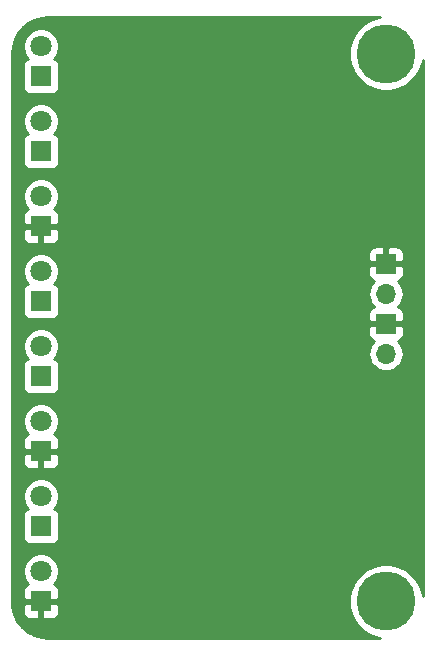
<source format=gbr>
G04 #@! TF.GenerationSoftware,KiCad,Pcbnew,(6.0.0-rc1-dev)*
G04 #@! TF.CreationDate,2018-08-10T19:45:32+02:00*
G04 #@! TF.ProjectId,sender,73656E6465722E6B696361645F706362,rev?*
G04 #@! TF.SameCoordinates,Original*
G04 #@! TF.FileFunction,Copper,L2,Bot,Signal*
G04 #@! TF.FilePolarity,Positive*
%FSLAX46Y46*%
G04 Gerber Fmt 4.6, Leading zero omitted, Abs format (unit mm)*
G04 Created by KiCad (PCBNEW (6.0.0-rc1-dev)) date Fri Aug 10 19:45:32 2018*
%MOMM*%
%LPD*%
G01*
G04 APERTURE LIST*
G04 #@! TA.AperFunction,ComponentPad*
%ADD10C,5.000000*%
G04 #@! TD*
G04 #@! TA.AperFunction,ComponentPad*
%ADD11O,1.700000X1.700000*%
G04 #@! TD*
G04 #@! TA.AperFunction,ComponentPad*
%ADD12R,1.700000X1.700000*%
G04 #@! TD*
G04 #@! TA.AperFunction,ComponentPad*
%ADD13C,1.800000*%
G04 #@! TD*
G04 #@! TA.AperFunction,ComponentPad*
%ADD14R,1.800000X1.800000*%
G04 #@! TD*
G04 #@! TA.AperFunction,Conductor*
%ADD15C,0.254000*%
G04 #@! TD*
G04 APERTURE END LIST*
D10*
G04 #@! TO.P,REF\002A\002A,1*
G04 #@! TO.N,N/C*
X148590000Y-123190000D03*
G04 #@! TD*
D11*
G04 #@! TO.P,J2,2*
G04 #@! TO.N,+5V*
X148590000Y-102235000D03*
D12*
G04 #@! TO.P,J2,1*
G04 #@! TO.N,GND*
X148590000Y-99695000D03*
G04 #@! TD*
G04 #@! TO.P,J1,1*
G04 #@! TO.N,GND*
X148590000Y-94615000D03*
D11*
G04 #@! TO.P,J1,2*
G04 #@! TO.N,VCC*
X148590000Y-97155000D03*
G04 #@! TD*
D13*
G04 #@! TO.P,D9,2*
G04 #@! TO.N,Net-(D8-Pad1)*
X119380000Y-120650000D03*
D14*
G04 #@! TO.P,D9,1*
G04 #@! TO.N,GND*
X119380000Y-123190000D03*
G04 #@! TD*
G04 #@! TO.P,D7,1*
G04 #@! TO.N,GND*
X119380000Y-110490000D03*
D13*
G04 #@! TO.P,D7,2*
G04 #@! TO.N,Net-(D5-Pad1)*
X119380000Y-107950000D03*
G04 #@! TD*
G04 #@! TO.P,D6,2*
G04 #@! TO.N,Net-(D3-Pad1)*
X119380000Y-88900000D03*
D14*
G04 #@! TO.P,D6,1*
G04 #@! TO.N,GND*
X119380000Y-91440000D03*
G04 #@! TD*
G04 #@! TO.P,D5,1*
G04 #@! TO.N,Net-(D5-Pad1)*
X119380000Y-104140000D03*
D13*
G04 #@! TO.P,D5,2*
G04 #@! TO.N,Net-(D4-Pad1)*
X119380000Y-101600000D03*
G04 #@! TD*
G04 #@! TO.P,D4,2*
G04 #@! TO.N,Net-(D4-Pad2)*
X119380000Y-95250000D03*
D14*
G04 #@! TO.P,D4,1*
G04 #@! TO.N,Net-(D4-Pad1)*
X119380000Y-97790000D03*
G04 #@! TD*
G04 #@! TO.P,D3,1*
G04 #@! TO.N,Net-(D3-Pad1)*
X119380000Y-85090000D03*
D13*
G04 #@! TO.P,D3,2*
G04 #@! TO.N,Net-(D2-Pad1)*
X119380000Y-82550000D03*
G04 #@! TD*
G04 #@! TO.P,D2,2*
G04 #@! TO.N,Net-(D2-Pad2)*
X119380000Y-76200000D03*
D14*
G04 #@! TO.P,D2,1*
G04 #@! TO.N,Net-(D2-Pad1)*
X119380000Y-78740000D03*
G04 #@! TD*
G04 #@! TO.P,D8,1*
G04 #@! TO.N,Net-(D8-Pad1)*
X119380000Y-116840000D03*
D13*
G04 #@! TO.P,D8,2*
G04 #@! TO.N,Net-(D8-Pad2)*
X119380000Y-114300000D03*
G04 #@! TD*
D10*
G04 #@! TO.P,REF\002A\002A,1*
G04 #@! TO.N,N/C*
X148590000Y-76835000D03*
G04 #@! TD*
D15*
G04 #@! TO.N,GND*
G36*
X147675554Y-73820476D02*
X147105021Y-74056799D01*
X146591554Y-74399886D01*
X146154886Y-74836554D01*
X145811799Y-75350021D01*
X145575476Y-75920554D01*
X145455000Y-76526229D01*
X145455000Y-77143771D01*
X145575476Y-77749446D01*
X145811799Y-78319979D01*
X146154886Y-78833446D01*
X146591554Y-79270114D01*
X147105021Y-79613201D01*
X147675554Y-79849524D01*
X148281229Y-79970000D01*
X148898771Y-79970000D01*
X149504446Y-79849524D01*
X150074979Y-79613201D01*
X150588446Y-79270114D01*
X151025114Y-78833446D01*
X151368201Y-78319979D01*
X151604524Y-77749446D01*
X151690001Y-77319723D01*
X151690000Y-122705272D01*
X151604524Y-122275554D01*
X151368201Y-121705021D01*
X151025114Y-121191554D01*
X150588446Y-120754886D01*
X150074979Y-120411799D01*
X149504446Y-120175476D01*
X148898771Y-120055000D01*
X148281229Y-120055000D01*
X147675554Y-120175476D01*
X147105021Y-120411799D01*
X146591554Y-120754886D01*
X146154886Y-121191554D01*
X145811799Y-121705021D01*
X145575476Y-122275554D01*
X145455000Y-122881229D01*
X145455000Y-123498771D01*
X145575476Y-124104446D01*
X145811799Y-124674979D01*
X146154886Y-125188446D01*
X146591554Y-125625114D01*
X147105021Y-125968201D01*
X147675554Y-126204524D01*
X148105272Y-126290000D01*
X120049720Y-126290000D01*
X119413538Y-126227622D01*
X118834979Y-126052944D01*
X118301373Y-125769221D01*
X117833031Y-125387251D01*
X117447807Y-124921595D01*
X117160364Y-124389983D01*
X116981652Y-123812657D01*
X116946242Y-123475750D01*
X117845000Y-123475750D01*
X117845000Y-124152542D01*
X117869403Y-124275223D01*
X117917270Y-124390785D01*
X117986763Y-124494789D01*
X118075211Y-124583237D01*
X118179215Y-124652730D01*
X118294777Y-124700597D01*
X118417458Y-124725000D01*
X119094250Y-124725000D01*
X119253000Y-124566250D01*
X119253000Y-123317000D01*
X119507000Y-123317000D01*
X119507000Y-124566250D01*
X119665750Y-124725000D01*
X120342542Y-124725000D01*
X120465223Y-124700597D01*
X120580785Y-124652730D01*
X120684789Y-124583237D01*
X120773237Y-124494789D01*
X120842730Y-124390785D01*
X120890597Y-124275223D01*
X120915000Y-124152542D01*
X120915000Y-123475750D01*
X120756250Y-123317000D01*
X119507000Y-123317000D01*
X119253000Y-123317000D01*
X118003750Y-123317000D01*
X117845000Y-123475750D01*
X116946242Y-123475750D01*
X116915000Y-123178501D01*
X116915000Y-120498816D01*
X117845000Y-120498816D01*
X117845000Y-120801184D01*
X117903989Y-121097743D01*
X118019701Y-121377095D01*
X118187688Y-121628505D01*
X118255044Y-121695861D01*
X118179215Y-121727270D01*
X118075211Y-121796763D01*
X117986763Y-121885211D01*
X117917270Y-121989215D01*
X117869403Y-122104777D01*
X117845000Y-122227458D01*
X117845000Y-122904250D01*
X118003750Y-123063000D01*
X119253000Y-123063000D01*
X119253000Y-123043000D01*
X119507000Y-123043000D01*
X119507000Y-123063000D01*
X120756250Y-123063000D01*
X120915000Y-122904250D01*
X120915000Y-122227458D01*
X120890597Y-122104777D01*
X120842730Y-121989215D01*
X120773237Y-121885211D01*
X120684789Y-121796763D01*
X120580785Y-121727270D01*
X120504956Y-121695861D01*
X120572312Y-121628505D01*
X120740299Y-121377095D01*
X120856011Y-121097743D01*
X120915000Y-120801184D01*
X120915000Y-120498816D01*
X120856011Y-120202257D01*
X120740299Y-119922905D01*
X120572312Y-119671495D01*
X120358505Y-119457688D01*
X120107095Y-119289701D01*
X119827743Y-119173989D01*
X119531184Y-119115000D01*
X119228816Y-119115000D01*
X118932257Y-119173989D01*
X118652905Y-119289701D01*
X118401495Y-119457688D01*
X118187688Y-119671495D01*
X118019701Y-119922905D01*
X117903989Y-120202257D01*
X117845000Y-120498816D01*
X116915000Y-120498816D01*
X116915000Y-115940000D01*
X117841928Y-115940000D01*
X117841928Y-117740000D01*
X117854188Y-117864482D01*
X117890498Y-117984180D01*
X117949463Y-118094494D01*
X118028815Y-118191185D01*
X118125506Y-118270537D01*
X118235820Y-118329502D01*
X118355518Y-118365812D01*
X118480000Y-118378072D01*
X120280000Y-118378072D01*
X120404482Y-118365812D01*
X120524180Y-118329502D01*
X120634494Y-118270537D01*
X120731185Y-118191185D01*
X120810537Y-118094494D01*
X120869502Y-117984180D01*
X120905812Y-117864482D01*
X120918072Y-117740000D01*
X120918072Y-115940000D01*
X120905812Y-115815518D01*
X120869502Y-115695820D01*
X120810537Y-115585506D01*
X120731185Y-115488815D01*
X120634494Y-115409463D01*
X120524180Y-115350498D01*
X120505873Y-115344944D01*
X120572312Y-115278505D01*
X120740299Y-115027095D01*
X120856011Y-114747743D01*
X120915000Y-114451184D01*
X120915000Y-114148816D01*
X120856011Y-113852257D01*
X120740299Y-113572905D01*
X120572312Y-113321495D01*
X120358505Y-113107688D01*
X120107095Y-112939701D01*
X119827743Y-112823989D01*
X119531184Y-112765000D01*
X119228816Y-112765000D01*
X118932257Y-112823989D01*
X118652905Y-112939701D01*
X118401495Y-113107688D01*
X118187688Y-113321495D01*
X118019701Y-113572905D01*
X117903989Y-113852257D01*
X117845000Y-114148816D01*
X117845000Y-114451184D01*
X117903989Y-114747743D01*
X118019701Y-115027095D01*
X118187688Y-115278505D01*
X118254127Y-115344944D01*
X118235820Y-115350498D01*
X118125506Y-115409463D01*
X118028815Y-115488815D01*
X117949463Y-115585506D01*
X117890498Y-115695820D01*
X117854188Y-115815518D01*
X117841928Y-115940000D01*
X116915000Y-115940000D01*
X116915000Y-110775750D01*
X117845000Y-110775750D01*
X117845000Y-111452542D01*
X117869403Y-111575223D01*
X117917270Y-111690785D01*
X117986763Y-111794789D01*
X118075211Y-111883237D01*
X118179215Y-111952730D01*
X118294777Y-112000597D01*
X118417458Y-112025000D01*
X119094250Y-112025000D01*
X119253000Y-111866250D01*
X119253000Y-110617000D01*
X119507000Y-110617000D01*
X119507000Y-111866250D01*
X119665750Y-112025000D01*
X120342542Y-112025000D01*
X120465223Y-112000597D01*
X120580785Y-111952730D01*
X120684789Y-111883237D01*
X120773237Y-111794789D01*
X120842730Y-111690785D01*
X120890597Y-111575223D01*
X120915000Y-111452542D01*
X120915000Y-110775750D01*
X120756250Y-110617000D01*
X119507000Y-110617000D01*
X119253000Y-110617000D01*
X118003750Y-110617000D01*
X117845000Y-110775750D01*
X116915000Y-110775750D01*
X116915000Y-107798816D01*
X117845000Y-107798816D01*
X117845000Y-108101184D01*
X117903989Y-108397743D01*
X118019701Y-108677095D01*
X118187688Y-108928505D01*
X118255044Y-108995861D01*
X118179215Y-109027270D01*
X118075211Y-109096763D01*
X117986763Y-109185211D01*
X117917270Y-109289215D01*
X117869403Y-109404777D01*
X117845000Y-109527458D01*
X117845000Y-110204250D01*
X118003750Y-110363000D01*
X119253000Y-110363000D01*
X119253000Y-110343000D01*
X119507000Y-110343000D01*
X119507000Y-110363000D01*
X120756250Y-110363000D01*
X120915000Y-110204250D01*
X120915000Y-109527458D01*
X120890597Y-109404777D01*
X120842730Y-109289215D01*
X120773237Y-109185211D01*
X120684789Y-109096763D01*
X120580785Y-109027270D01*
X120504956Y-108995861D01*
X120572312Y-108928505D01*
X120740299Y-108677095D01*
X120856011Y-108397743D01*
X120915000Y-108101184D01*
X120915000Y-107798816D01*
X120856011Y-107502257D01*
X120740299Y-107222905D01*
X120572312Y-106971495D01*
X120358505Y-106757688D01*
X120107095Y-106589701D01*
X119827743Y-106473989D01*
X119531184Y-106415000D01*
X119228816Y-106415000D01*
X118932257Y-106473989D01*
X118652905Y-106589701D01*
X118401495Y-106757688D01*
X118187688Y-106971495D01*
X118019701Y-107222905D01*
X117903989Y-107502257D01*
X117845000Y-107798816D01*
X116915000Y-107798816D01*
X116915000Y-103240000D01*
X117841928Y-103240000D01*
X117841928Y-105040000D01*
X117854188Y-105164482D01*
X117890498Y-105284180D01*
X117949463Y-105394494D01*
X118028815Y-105491185D01*
X118125506Y-105570537D01*
X118235820Y-105629502D01*
X118355518Y-105665812D01*
X118480000Y-105678072D01*
X120280000Y-105678072D01*
X120404482Y-105665812D01*
X120524180Y-105629502D01*
X120634494Y-105570537D01*
X120731185Y-105491185D01*
X120810537Y-105394494D01*
X120869502Y-105284180D01*
X120905812Y-105164482D01*
X120918072Y-105040000D01*
X120918072Y-103240000D01*
X120905812Y-103115518D01*
X120869502Y-102995820D01*
X120810537Y-102885506D01*
X120731185Y-102788815D01*
X120634494Y-102709463D01*
X120524180Y-102650498D01*
X120505873Y-102644944D01*
X120572312Y-102578505D01*
X120740299Y-102327095D01*
X120778446Y-102235000D01*
X147097815Y-102235000D01*
X147126487Y-102526111D01*
X147211401Y-102806034D01*
X147349294Y-103064014D01*
X147534866Y-103290134D01*
X147760986Y-103475706D01*
X148018966Y-103613599D01*
X148298889Y-103698513D01*
X148517050Y-103720000D01*
X148662950Y-103720000D01*
X148881111Y-103698513D01*
X149161034Y-103613599D01*
X149419014Y-103475706D01*
X149645134Y-103290134D01*
X149830706Y-103064014D01*
X149968599Y-102806034D01*
X150053513Y-102526111D01*
X150082185Y-102235000D01*
X150053513Y-101943889D01*
X149968599Y-101663966D01*
X149830706Y-101405986D01*
X149645134Y-101179866D01*
X149617447Y-101157144D01*
X149625223Y-101155597D01*
X149740785Y-101107730D01*
X149844789Y-101038237D01*
X149933237Y-100949789D01*
X150002730Y-100845785D01*
X150050597Y-100730223D01*
X150075000Y-100607542D01*
X150075000Y-99980750D01*
X149916250Y-99822000D01*
X148717000Y-99822000D01*
X148717000Y-99842000D01*
X148463000Y-99842000D01*
X148463000Y-99822000D01*
X147263750Y-99822000D01*
X147105000Y-99980750D01*
X147105000Y-100607542D01*
X147129403Y-100730223D01*
X147177270Y-100845785D01*
X147246763Y-100949789D01*
X147335211Y-101038237D01*
X147439215Y-101107730D01*
X147554777Y-101155597D01*
X147562553Y-101157144D01*
X147534866Y-101179866D01*
X147349294Y-101405986D01*
X147211401Y-101663966D01*
X147126487Y-101943889D01*
X147097815Y-102235000D01*
X120778446Y-102235000D01*
X120856011Y-102047743D01*
X120915000Y-101751184D01*
X120915000Y-101448816D01*
X120856011Y-101152257D01*
X120740299Y-100872905D01*
X120572312Y-100621495D01*
X120358505Y-100407688D01*
X120107095Y-100239701D01*
X119827743Y-100123989D01*
X119531184Y-100065000D01*
X119228816Y-100065000D01*
X118932257Y-100123989D01*
X118652905Y-100239701D01*
X118401495Y-100407688D01*
X118187688Y-100621495D01*
X118019701Y-100872905D01*
X117903989Y-101152257D01*
X117845000Y-101448816D01*
X117845000Y-101751184D01*
X117903989Y-102047743D01*
X118019701Y-102327095D01*
X118187688Y-102578505D01*
X118254127Y-102644944D01*
X118235820Y-102650498D01*
X118125506Y-102709463D01*
X118028815Y-102788815D01*
X117949463Y-102885506D01*
X117890498Y-102995820D01*
X117854188Y-103115518D01*
X117841928Y-103240000D01*
X116915000Y-103240000D01*
X116915000Y-96890000D01*
X117841928Y-96890000D01*
X117841928Y-98690000D01*
X117854188Y-98814482D01*
X117890498Y-98934180D01*
X117949463Y-99044494D01*
X118028815Y-99141185D01*
X118125506Y-99220537D01*
X118235820Y-99279502D01*
X118355518Y-99315812D01*
X118480000Y-99328072D01*
X120280000Y-99328072D01*
X120404482Y-99315812D01*
X120524180Y-99279502D01*
X120634494Y-99220537D01*
X120731185Y-99141185D01*
X120810537Y-99044494D01*
X120869502Y-98934180D01*
X120905812Y-98814482D01*
X120918072Y-98690000D01*
X120918072Y-97155000D01*
X147097815Y-97155000D01*
X147126487Y-97446111D01*
X147211401Y-97726034D01*
X147349294Y-97984014D01*
X147534866Y-98210134D01*
X147562553Y-98232856D01*
X147554777Y-98234403D01*
X147439215Y-98282270D01*
X147335211Y-98351763D01*
X147246763Y-98440211D01*
X147177270Y-98544215D01*
X147129403Y-98659777D01*
X147105000Y-98782458D01*
X147105000Y-99409250D01*
X147263750Y-99568000D01*
X148463000Y-99568000D01*
X148463000Y-99548000D01*
X148717000Y-99548000D01*
X148717000Y-99568000D01*
X149916250Y-99568000D01*
X150075000Y-99409250D01*
X150075000Y-98782458D01*
X150050597Y-98659777D01*
X150002730Y-98544215D01*
X149933237Y-98440211D01*
X149844789Y-98351763D01*
X149740785Y-98282270D01*
X149625223Y-98234403D01*
X149617447Y-98232856D01*
X149645134Y-98210134D01*
X149830706Y-97984014D01*
X149968599Y-97726034D01*
X150053513Y-97446111D01*
X150082185Y-97155000D01*
X150053513Y-96863889D01*
X149968599Y-96583966D01*
X149830706Y-96325986D01*
X149645134Y-96099866D01*
X149617447Y-96077144D01*
X149625223Y-96075597D01*
X149740785Y-96027730D01*
X149844789Y-95958237D01*
X149933237Y-95869789D01*
X150002730Y-95765785D01*
X150050597Y-95650223D01*
X150075000Y-95527542D01*
X150075000Y-94900750D01*
X149916250Y-94742000D01*
X148717000Y-94742000D01*
X148717000Y-94762000D01*
X148463000Y-94762000D01*
X148463000Y-94742000D01*
X147263750Y-94742000D01*
X147105000Y-94900750D01*
X147105000Y-95527542D01*
X147129403Y-95650223D01*
X147177270Y-95765785D01*
X147246763Y-95869789D01*
X147335211Y-95958237D01*
X147439215Y-96027730D01*
X147554777Y-96075597D01*
X147562553Y-96077144D01*
X147534866Y-96099866D01*
X147349294Y-96325986D01*
X147211401Y-96583966D01*
X147126487Y-96863889D01*
X147097815Y-97155000D01*
X120918072Y-97155000D01*
X120918072Y-96890000D01*
X120905812Y-96765518D01*
X120869502Y-96645820D01*
X120810537Y-96535506D01*
X120731185Y-96438815D01*
X120634494Y-96359463D01*
X120524180Y-96300498D01*
X120505873Y-96294944D01*
X120572312Y-96228505D01*
X120740299Y-95977095D01*
X120856011Y-95697743D01*
X120915000Y-95401184D01*
X120915000Y-95098816D01*
X120856011Y-94802257D01*
X120740299Y-94522905D01*
X120572312Y-94271495D01*
X120358505Y-94057688D01*
X120107095Y-93889701D01*
X119827743Y-93773989D01*
X119531184Y-93715000D01*
X119228816Y-93715000D01*
X118932257Y-93773989D01*
X118652905Y-93889701D01*
X118401495Y-94057688D01*
X118187688Y-94271495D01*
X118019701Y-94522905D01*
X117903989Y-94802257D01*
X117845000Y-95098816D01*
X117845000Y-95401184D01*
X117903989Y-95697743D01*
X118019701Y-95977095D01*
X118187688Y-96228505D01*
X118254127Y-96294944D01*
X118235820Y-96300498D01*
X118125506Y-96359463D01*
X118028815Y-96438815D01*
X117949463Y-96535506D01*
X117890498Y-96645820D01*
X117854188Y-96765518D01*
X117841928Y-96890000D01*
X116915000Y-96890000D01*
X116915000Y-93702458D01*
X147105000Y-93702458D01*
X147105000Y-94329250D01*
X147263750Y-94488000D01*
X148463000Y-94488000D01*
X148463000Y-93288750D01*
X148717000Y-93288750D01*
X148717000Y-94488000D01*
X149916250Y-94488000D01*
X150075000Y-94329250D01*
X150075000Y-93702458D01*
X150050597Y-93579777D01*
X150002730Y-93464215D01*
X149933237Y-93360211D01*
X149844789Y-93271763D01*
X149740785Y-93202270D01*
X149625223Y-93154403D01*
X149502542Y-93130000D01*
X148875750Y-93130000D01*
X148717000Y-93288750D01*
X148463000Y-93288750D01*
X148304250Y-93130000D01*
X147677458Y-93130000D01*
X147554777Y-93154403D01*
X147439215Y-93202270D01*
X147335211Y-93271763D01*
X147246763Y-93360211D01*
X147177270Y-93464215D01*
X147129403Y-93579777D01*
X147105000Y-93702458D01*
X116915000Y-93702458D01*
X116915000Y-91725750D01*
X117845000Y-91725750D01*
X117845000Y-92402542D01*
X117869403Y-92525223D01*
X117917270Y-92640785D01*
X117986763Y-92744789D01*
X118075211Y-92833237D01*
X118179215Y-92902730D01*
X118294777Y-92950597D01*
X118417458Y-92975000D01*
X119094250Y-92975000D01*
X119253000Y-92816250D01*
X119253000Y-91567000D01*
X119507000Y-91567000D01*
X119507000Y-92816250D01*
X119665750Y-92975000D01*
X120342542Y-92975000D01*
X120465223Y-92950597D01*
X120580785Y-92902730D01*
X120684789Y-92833237D01*
X120773237Y-92744789D01*
X120842730Y-92640785D01*
X120890597Y-92525223D01*
X120915000Y-92402542D01*
X120915000Y-91725750D01*
X120756250Y-91567000D01*
X119507000Y-91567000D01*
X119253000Y-91567000D01*
X118003750Y-91567000D01*
X117845000Y-91725750D01*
X116915000Y-91725750D01*
X116915000Y-88748816D01*
X117845000Y-88748816D01*
X117845000Y-89051184D01*
X117903989Y-89347743D01*
X118019701Y-89627095D01*
X118187688Y-89878505D01*
X118255044Y-89945861D01*
X118179215Y-89977270D01*
X118075211Y-90046763D01*
X117986763Y-90135211D01*
X117917270Y-90239215D01*
X117869403Y-90354777D01*
X117845000Y-90477458D01*
X117845000Y-91154250D01*
X118003750Y-91313000D01*
X119253000Y-91313000D01*
X119253000Y-91293000D01*
X119507000Y-91293000D01*
X119507000Y-91313000D01*
X120756250Y-91313000D01*
X120915000Y-91154250D01*
X120915000Y-90477458D01*
X120890597Y-90354777D01*
X120842730Y-90239215D01*
X120773237Y-90135211D01*
X120684789Y-90046763D01*
X120580785Y-89977270D01*
X120504956Y-89945861D01*
X120572312Y-89878505D01*
X120740299Y-89627095D01*
X120856011Y-89347743D01*
X120915000Y-89051184D01*
X120915000Y-88748816D01*
X120856011Y-88452257D01*
X120740299Y-88172905D01*
X120572312Y-87921495D01*
X120358505Y-87707688D01*
X120107095Y-87539701D01*
X119827743Y-87423989D01*
X119531184Y-87365000D01*
X119228816Y-87365000D01*
X118932257Y-87423989D01*
X118652905Y-87539701D01*
X118401495Y-87707688D01*
X118187688Y-87921495D01*
X118019701Y-88172905D01*
X117903989Y-88452257D01*
X117845000Y-88748816D01*
X116915000Y-88748816D01*
X116915000Y-84190000D01*
X117841928Y-84190000D01*
X117841928Y-85990000D01*
X117854188Y-86114482D01*
X117890498Y-86234180D01*
X117949463Y-86344494D01*
X118028815Y-86441185D01*
X118125506Y-86520537D01*
X118235820Y-86579502D01*
X118355518Y-86615812D01*
X118480000Y-86628072D01*
X120280000Y-86628072D01*
X120404482Y-86615812D01*
X120524180Y-86579502D01*
X120634494Y-86520537D01*
X120731185Y-86441185D01*
X120810537Y-86344494D01*
X120869502Y-86234180D01*
X120905812Y-86114482D01*
X120918072Y-85990000D01*
X120918072Y-84190000D01*
X120905812Y-84065518D01*
X120869502Y-83945820D01*
X120810537Y-83835506D01*
X120731185Y-83738815D01*
X120634494Y-83659463D01*
X120524180Y-83600498D01*
X120505873Y-83594944D01*
X120572312Y-83528505D01*
X120740299Y-83277095D01*
X120856011Y-82997743D01*
X120915000Y-82701184D01*
X120915000Y-82398816D01*
X120856011Y-82102257D01*
X120740299Y-81822905D01*
X120572312Y-81571495D01*
X120358505Y-81357688D01*
X120107095Y-81189701D01*
X119827743Y-81073989D01*
X119531184Y-81015000D01*
X119228816Y-81015000D01*
X118932257Y-81073989D01*
X118652905Y-81189701D01*
X118401495Y-81357688D01*
X118187688Y-81571495D01*
X118019701Y-81822905D01*
X117903989Y-82102257D01*
X117845000Y-82398816D01*
X117845000Y-82701184D01*
X117903989Y-82997743D01*
X118019701Y-83277095D01*
X118187688Y-83528505D01*
X118254127Y-83594944D01*
X118235820Y-83600498D01*
X118125506Y-83659463D01*
X118028815Y-83738815D01*
X117949463Y-83835506D01*
X117890498Y-83945820D01*
X117854188Y-84065518D01*
X117841928Y-84190000D01*
X116915000Y-84190000D01*
X116915000Y-77840000D01*
X117841928Y-77840000D01*
X117841928Y-79640000D01*
X117854188Y-79764482D01*
X117890498Y-79884180D01*
X117949463Y-79994494D01*
X118028815Y-80091185D01*
X118125506Y-80170537D01*
X118235820Y-80229502D01*
X118355518Y-80265812D01*
X118480000Y-80278072D01*
X120280000Y-80278072D01*
X120404482Y-80265812D01*
X120524180Y-80229502D01*
X120634494Y-80170537D01*
X120731185Y-80091185D01*
X120810537Y-79994494D01*
X120869502Y-79884180D01*
X120905812Y-79764482D01*
X120918072Y-79640000D01*
X120918072Y-77840000D01*
X120905812Y-77715518D01*
X120869502Y-77595820D01*
X120810537Y-77485506D01*
X120731185Y-77388815D01*
X120634494Y-77309463D01*
X120524180Y-77250498D01*
X120505873Y-77244944D01*
X120572312Y-77178505D01*
X120740299Y-76927095D01*
X120856011Y-76647743D01*
X120915000Y-76351184D01*
X120915000Y-76048816D01*
X120856011Y-75752257D01*
X120740299Y-75472905D01*
X120572312Y-75221495D01*
X120358505Y-75007688D01*
X120107095Y-74839701D01*
X119827743Y-74723989D01*
X119531184Y-74665000D01*
X119228816Y-74665000D01*
X118932257Y-74723989D01*
X118652905Y-74839701D01*
X118401495Y-75007688D01*
X118187688Y-75221495D01*
X118019701Y-75472905D01*
X117903989Y-75752257D01*
X117845000Y-76048816D01*
X117845000Y-76351184D01*
X117903989Y-76647743D01*
X118019701Y-76927095D01*
X118187688Y-77178505D01*
X118254127Y-77244944D01*
X118235820Y-77250498D01*
X118125506Y-77309463D01*
X118028815Y-77388815D01*
X117949463Y-77485506D01*
X117890498Y-77595820D01*
X117854188Y-77715518D01*
X117841928Y-77840000D01*
X116915000Y-77840000D01*
X116915000Y-76869720D01*
X116977378Y-76233538D01*
X117152056Y-75654978D01*
X117435778Y-75121373D01*
X117817749Y-74653031D01*
X118283409Y-74267804D01*
X118815021Y-73980363D01*
X119392343Y-73801652D01*
X120026498Y-73735000D01*
X148105272Y-73735000D01*
X147675554Y-73820476D01*
X147675554Y-73820476D01*
G37*
X147675554Y-73820476D02*
X147105021Y-74056799D01*
X146591554Y-74399886D01*
X146154886Y-74836554D01*
X145811799Y-75350021D01*
X145575476Y-75920554D01*
X145455000Y-76526229D01*
X145455000Y-77143771D01*
X145575476Y-77749446D01*
X145811799Y-78319979D01*
X146154886Y-78833446D01*
X146591554Y-79270114D01*
X147105021Y-79613201D01*
X147675554Y-79849524D01*
X148281229Y-79970000D01*
X148898771Y-79970000D01*
X149504446Y-79849524D01*
X150074979Y-79613201D01*
X150588446Y-79270114D01*
X151025114Y-78833446D01*
X151368201Y-78319979D01*
X151604524Y-77749446D01*
X151690001Y-77319723D01*
X151690000Y-122705272D01*
X151604524Y-122275554D01*
X151368201Y-121705021D01*
X151025114Y-121191554D01*
X150588446Y-120754886D01*
X150074979Y-120411799D01*
X149504446Y-120175476D01*
X148898771Y-120055000D01*
X148281229Y-120055000D01*
X147675554Y-120175476D01*
X147105021Y-120411799D01*
X146591554Y-120754886D01*
X146154886Y-121191554D01*
X145811799Y-121705021D01*
X145575476Y-122275554D01*
X145455000Y-122881229D01*
X145455000Y-123498771D01*
X145575476Y-124104446D01*
X145811799Y-124674979D01*
X146154886Y-125188446D01*
X146591554Y-125625114D01*
X147105021Y-125968201D01*
X147675554Y-126204524D01*
X148105272Y-126290000D01*
X120049720Y-126290000D01*
X119413538Y-126227622D01*
X118834979Y-126052944D01*
X118301373Y-125769221D01*
X117833031Y-125387251D01*
X117447807Y-124921595D01*
X117160364Y-124389983D01*
X116981652Y-123812657D01*
X116946242Y-123475750D01*
X117845000Y-123475750D01*
X117845000Y-124152542D01*
X117869403Y-124275223D01*
X117917270Y-124390785D01*
X117986763Y-124494789D01*
X118075211Y-124583237D01*
X118179215Y-124652730D01*
X118294777Y-124700597D01*
X118417458Y-124725000D01*
X119094250Y-124725000D01*
X119253000Y-124566250D01*
X119253000Y-123317000D01*
X119507000Y-123317000D01*
X119507000Y-124566250D01*
X119665750Y-124725000D01*
X120342542Y-124725000D01*
X120465223Y-124700597D01*
X120580785Y-124652730D01*
X120684789Y-124583237D01*
X120773237Y-124494789D01*
X120842730Y-124390785D01*
X120890597Y-124275223D01*
X120915000Y-124152542D01*
X120915000Y-123475750D01*
X120756250Y-123317000D01*
X119507000Y-123317000D01*
X119253000Y-123317000D01*
X118003750Y-123317000D01*
X117845000Y-123475750D01*
X116946242Y-123475750D01*
X116915000Y-123178501D01*
X116915000Y-120498816D01*
X117845000Y-120498816D01*
X117845000Y-120801184D01*
X117903989Y-121097743D01*
X118019701Y-121377095D01*
X118187688Y-121628505D01*
X118255044Y-121695861D01*
X118179215Y-121727270D01*
X118075211Y-121796763D01*
X117986763Y-121885211D01*
X117917270Y-121989215D01*
X117869403Y-122104777D01*
X117845000Y-122227458D01*
X117845000Y-122904250D01*
X118003750Y-123063000D01*
X119253000Y-123063000D01*
X119253000Y-123043000D01*
X119507000Y-123043000D01*
X119507000Y-123063000D01*
X120756250Y-123063000D01*
X120915000Y-122904250D01*
X120915000Y-122227458D01*
X120890597Y-122104777D01*
X120842730Y-121989215D01*
X120773237Y-121885211D01*
X120684789Y-121796763D01*
X120580785Y-121727270D01*
X120504956Y-121695861D01*
X120572312Y-121628505D01*
X120740299Y-121377095D01*
X120856011Y-121097743D01*
X120915000Y-120801184D01*
X120915000Y-120498816D01*
X120856011Y-120202257D01*
X120740299Y-119922905D01*
X120572312Y-119671495D01*
X120358505Y-119457688D01*
X120107095Y-119289701D01*
X119827743Y-119173989D01*
X119531184Y-119115000D01*
X119228816Y-119115000D01*
X118932257Y-119173989D01*
X118652905Y-119289701D01*
X118401495Y-119457688D01*
X118187688Y-119671495D01*
X118019701Y-119922905D01*
X117903989Y-120202257D01*
X117845000Y-120498816D01*
X116915000Y-120498816D01*
X116915000Y-115940000D01*
X117841928Y-115940000D01*
X117841928Y-117740000D01*
X117854188Y-117864482D01*
X117890498Y-117984180D01*
X117949463Y-118094494D01*
X118028815Y-118191185D01*
X118125506Y-118270537D01*
X118235820Y-118329502D01*
X118355518Y-118365812D01*
X118480000Y-118378072D01*
X120280000Y-118378072D01*
X120404482Y-118365812D01*
X120524180Y-118329502D01*
X120634494Y-118270537D01*
X120731185Y-118191185D01*
X120810537Y-118094494D01*
X120869502Y-117984180D01*
X120905812Y-117864482D01*
X120918072Y-117740000D01*
X120918072Y-115940000D01*
X120905812Y-115815518D01*
X120869502Y-115695820D01*
X120810537Y-115585506D01*
X120731185Y-115488815D01*
X120634494Y-115409463D01*
X120524180Y-115350498D01*
X120505873Y-115344944D01*
X120572312Y-115278505D01*
X120740299Y-115027095D01*
X120856011Y-114747743D01*
X120915000Y-114451184D01*
X120915000Y-114148816D01*
X120856011Y-113852257D01*
X120740299Y-113572905D01*
X120572312Y-113321495D01*
X120358505Y-113107688D01*
X120107095Y-112939701D01*
X119827743Y-112823989D01*
X119531184Y-112765000D01*
X119228816Y-112765000D01*
X118932257Y-112823989D01*
X118652905Y-112939701D01*
X118401495Y-113107688D01*
X118187688Y-113321495D01*
X118019701Y-113572905D01*
X117903989Y-113852257D01*
X117845000Y-114148816D01*
X117845000Y-114451184D01*
X117903989Y-114747743D01*
X118019701Y-115027095D01*
X118187688Y-115278505D01*
X118254127Y-115344944D01*
X118235820Y-115350498D01*
X118125506Y-115409463D01*
X118028815Y-115488815D01*
X117949463Y-115585506D01*
X117890498Y-115695820D01*
X117854188Y-115815518D01*
X117841928Y-115940000D01*
X116915000Y-115940000D01*
X116915000Y-110775750D01*
X117845000Y-110775750D01*
X117845000Y-111452542D01*
X117869403Y-111575223D01*
X117917270Y-111690785D01*
X117986763Y-111794789D01*
X118075211Y-111883237D01*
X118179215Y-111952730D01*
X118294777Y-112000597D01*
X118417458Y-112025000D01*
X119094250Y-112025000D01*
X119253000Y-111866250D01*
X119253000Y-110617000D01*
X119507000Y-110617000D01*
X119507000Y-111866250D01*
X119665750Y-112025000D01*
X120342542Y-112025000D01*
X120465223Y-112000597D01*
X120580785Y-111952730D01*
X120684789Y-111883237D01*
X120773237Y-111794789D01*
X120842730Y-111690785D01*
X120890597Y-111575223D01*
X120915000Y-111452542D01*
X120915000Y-110775750D01*
X120756250Y-110617000D01*
X119507000Y-110617000D01*
X119253000Y-110617000D01*
X118003750Y-110617000D01*
X117845000Y-110775750D01*
X116915000Y-110775750D01*
X116915000Y-107798816D01*
X117845000Y-107798816D01*
X117845000Y-108101184D01*
X117903989Y-108397743D01*
X118019701Y-108677095D01*
X118187688Y-108928505D01*
X118255044Y-108995861D01*
X118179215Y-109027270D01*
X118075211Y-109096763D01*
X117986763Y-109185211D01*
X117917270Y-109289215D01*
X117869403Y-109404777D01*
X117845000Y-109527458D01*
X117845000Y-110204250D01*
X118003750Y-110363000D01*
X119253000Y-110363000D01*
X119253000Y-110343000D01*
X119507000Y-110343000D01*
X119507000Y-110363000D01*
X120756250Y-110363000D01*
X120915000Y-110204250D01*
X120915000Y-109527458D01*
X120890597Y-109404777D01*
X120842730Y-109289215D01*
X120773237Y-109185211D01*
X120684789Y-109096763D01*
X120580785Y-109027270D01*
X120504956Y-108995861D01*
X120572312Y-108928505D01*
X120740299Y-108677095D01*
X120856011Y-108397743D01*
X120915000Y-108101184D01*
X120915000Y-107798816D01*
X120856011Y-107502257D01*
X120740299Y-107222905D01*
X120572312Y-106971495D01*
X120358505Y-106757688D01*
X120107095Y-106589701D01*
X119827743Y-106473989D01*
X119531184Y-106415000D01*
X119228816Y-106415000D01*
X118932257Y-106473989D01*
X118652905Y-106589701D01*
X118401495Y-106757688D01*
X118187688Y-106971495D01*
X118019701Y-107222905D01*
X117903989Y-107502257D01*
X117845000Y-107798816D01*
X116915000Y-107798816D01*
X116915000Y-103240000D01*
X117841928Y-103240000D01*
X117841928Y-105040000D01*
X117854188Y-105164482D01*
X117890498Y-105284180D01*
X117949463Y-105394494D01*
X118028815Y-105491185D01*
X118125506Y-105570537D01*
X118235820Y-105629502D01*
X118355518Y-105665812D01*
X118480000Y-105678072D01*
X120280000Y-105678072D01*
X120404482Y-105665812D01*
X120524180Y-105629502D01*
X120634494Y-105570537D01*
X120731185Y-105491185D01*
X120810537Y-105394494D01*
X120869502Y-105284180D01*
X120905812Y-105164482D01*
X120918072Y-105040000D01*
X120918072Y-103240000D01*
X120905812Y-103115518D01*
X120869502Y-102995820D01*
X120810537Y-102885506D01*
X120731185Y-102788815D01*
X120634494Y-102709463D01*
X120524180Y-102650498D01*
X120505873Y-102644944D01*
X120572312Y-102578505D01*
X120740299Y-102327095D01*
X120778446Y-102235000D01*
X147097815Y-102235000D01*
X147126487Y-102526111D01*
X147211401Y-102806034D01*
X147349294Y-103064014D01*
X147534866Y-103290134D01*
X147760986Y-103475706D01*
X148018966Y-103613599D01*
X148298889Y-103698513D01*
X148517050Y-103720000D01*
X148662950Y-103720000D01*
X148881111Y-103698513D01*
X149161034Y-103613599D01*
X149419014Y-103475706D01*
X149645134Y-103290134D01*
X149830706Y-103064014D01*
X149968599Y-102806034D01*
X150053513Y-102526111D01*
X150082185Y-102235000D01*
X150053513Y-101943889D01*
X149968599Y-101663966D01*
X149830706Y-101405986D01*
X149645134Y-101179866D01*
X149617447Y-101157144D01*
X149625223Y-101155597D01*
X149740785Y-101107730D01*
X149844789Y-101038237D01*
X149933237Y-100949789D01*
X150002730Y-100845785D01*
X150050597Y-100730223D01*
X150075000Y-100607542D01*
X150075000Y-99980750D01*
X149916250Y-99822000D01*
X148717000Y-99822000D01*
X148717000Y-99842000D01*
X148463000Y-99842000D01*
X148463000Y-99822000D01*
X147263750Y-99822000D01*
X147105000Y-99980750D01*
X147105000Y-100607542D01*
X147129403Y-100730223D01*
X147177270Y-100845785D01*
X147246763Y-100949789D01*
X147335211Y-101038237D01*
X147439215Y-101107730D01*
X147554777Y-101155597D01*
X147562553Y-101157144D01*
X147534866Y-101179866D01*
X147349294Y-101405986D01*
X147211401Y-101663966D01*
X147126487Y-101943889D01*
X147097815Y-102235000D01*
X120778446Y-102235000D01*
X120856011Y-102047743D01*
X120915000Y-101751184D01*
X120915000Y-101448816D01*
X120856011Y-101152257D01*
X120740299Y-100872905D01*
X120572312Y-100621495D01*
X120358505Y-100407688D01*
X120107095Y-100239701D01*
X119827743Y-100123989D01*
X119531184Y-100065000D01*
X119228816Y-100065000D01*
X118932257Y-100123989D01*
X118652905Y-100239701D01*
X118401495Y-100407688D01*
X118187688Y-100621495D01*
X118019701Y-100872905D01*
X117903989Y-101152257D01*
X117845000Y-101448816D01*
X117845000Y-101751184D01*
X117903989Y-102047743D01*
X118019701Y-102327095D01*
X118187688Y-102578505D01*
X118254127Y-102644944D01*
X118235820Y-102650498D01*
X118125506Y-102709463D01*
X118028815Y-102788815D01*
X117949463Y-102885506D01*
X117890498Y-102995820D01*
X117854188Y-103115518D01*
X117841928Y-103240000D01*
X116915000Y-103240000D01*
X116915000Y-96890000D01*
X117841928Y-96890000D01*
X117841928Y-98690000D01*
X117854188Y-98814482D01*
X117890498Y-98934180D01*
X117949463Y-99044494D01*
X118028815Y-99141185D01*
X118125506Y-99220537D01*
X118235820Y-99279502D01*
X118355518Y-99315812D01*
X118480000Y-99328072D01*
X120280000Y-99328072D01*
X120404482Y-99315812D01*
X120524180Y-99279502D01*
X120634494Y-99220537D01*
X120731185Y-99141185D01*
X120810537Y-99044494D01*
X120869502Y-98934180D01*
X120905812Y-98814482D01*
X120918072Y-98690000D01*
X120918072Y-97155000D01*
X147097815Y-97155000D01*
X147126487Y-97446111D01*
X147211401Y-97726034D01*
X147349294Y-97984014D01*
X147534866Y-98210134D01*
X147562553Y-98232856D01*
X147554777Y-98234403D01*
X147439215Y-98282270D01*
X147335211Y-98351763D01*
X147246763Y-98440211D01*
X147177270Y-98544215D01*
X147129403Y-98659777D01*
X147105000Y-98782458D01*
X147105000Y-99409250D01*
X147263750Y-99568000D01*
X148463000Y-99568000D01*
X148463000Y-99548000D01*
X148717000Y-99548000D01*
X148717000Y-99568000D01*
X149916250Y-99568000D01*
X150075000Y-99409250D01*
X150075000Y-98782458D01*
X150050597Y-98659777D01*
X150002730Y-98544215D01*
X149933237Y-98440211D01*
X149844789Y-98351763D01*
X149740785Y-98282270D01*
X149625223Y-98234403D01*
X149617447Y-98232856D01*
X149645134Y-98210134D01*
X149830706Y-97984014D01*
X149968599Y-97726034D01*
X150053513Y-97446111D01*
X150082185Y-97155000D01*
X150053513Y-96863889D01*
X149968599Y-96583966D01*
X149830706Y-96325986D01*
X149645134Y-96099866D01*
X149617447Y-96077144D01*
X149625223Y-96075597D01*
X149740785Y-96027730D01*
X149844789Y-95958237D01*
X149933237Y-95869789D01*
X150002730Y-95765785D01*
X150050597Y-95650223D01*
X150075000Y-95527542D01*
X150075000Y-94900750D01*
X149916250Y-94742000D01*
X148717000Y-94742000D01*
X148717000Y-94762000D01*
X148463000Y-94762000D01*
X148463000Y-94742000D01*
X147263750Y-94742000D01*
X147105000Y-94900750D01*
X147105000Y-95527542D01*
X147129403Y-95650223D01*
X147177270Y-95765785D01*
X147246763Y-95869789D01*
X147335211Y-95958237D01*
X147439215Y-96027730D01*
X147554777Y-96075597D01*
X147562553Y-96077144D01*
X147534866Y-96099866D01*
X147349294Y-96325986D01*
X147211401Y-96583966D01*
X147126487Y-96863889D01*
X147097815Y-97155000D01*
X120918072Y-97155000D01*
X120918072Y-96890000D01*
X120905812Y-96765518D01*
X120869502Y-96645820D01*
X120810537Y-96535506D01*
X120731185Y-96438815D01*
X120634494Y-96359463D01*
X120524180Y-96300498D01*
X120505873Y-96294944D01*
X120572312Y-96228505D01*
X120740299Y-95977095D01*
X120856011Y-95697743D01*
X120915000Y-95401184D01*
X120915000Y-95098816D01*
X120856011Y-94802257D01*
X120740299Y-94522905D01*
X120572312Y-94271495D01*
X120358505Y-94057688D01*
X120107095Y-93889701D01*
X119827743Y-93773989D01*
X119531184Y-93715000D01*
X119228816Y-93715000D01*
X118932257Y-93773989D01*
X118652905Y-93889701D01*
X118401495Y-94057688D01*
X118187688Y-94271495D01*
X118019701Y-94522905D01*
X117903989Y-94802257D01*
X117845000Y-95098816D01*
X117845000Y-95401184D01*
X117903989Y-95697743D01*
X118019701Y-95977095D01*
X118187688Y-96228505D01*
X118254127Y-96294944D01*
X118235820Y-96300498D01*
X118125506Y-96359463D01*
X118028815Y-96438815D01*
X117949463Y-96535506D01*
X117890498Y-96645820D01*
X117854188Y-96765518D01*
X117841928Y-96890000D01*
X116915000Y-96890000D01*
X116915000Y-93702458D01*
X147105000Y-93702458D01*
X147105000Y-94329250D01*
X147263750Y-94488000D01*
X148463000Y-94488000D01*
X148463000Y-93288750D01*
X148717000Y-93288750D01*
X148717000Y-94488000D01*
X149916250Y-94488000D01*
X150075000Y-94329250D01*
X150075000Y-93702458D01*
X150050597Y-93579777D01*
X150002730Y-93464215D01*
X149933237Y-93360211D01*
X149844789Y-93271763D01*
X149740785Y-93202270D01*
X149625223Y-93154403D01*
X149502542Y-93130000D01*
X148875750Y-93130000D01*
X148717000Y-93288750D01*
X148463000Y-93288750D01*
X148304250Y-93130000D01*
X147677458Y-93130000D01*
X147554777Y-93154403D01*
X147439215Y-93202270D01*
X147335211Y-93271763D01*
X147246763Y-93360211D01*
X147177270Y-93464215D01*
X147129403Y-93579777D01*
X147105000Y-93702458D01*
X116915000Y-93702458D01*
X116915000Y-91725750D01*
X117845000Y-91725750D01*
X117845000Y-92402542D01*
X117869403Y-92525223D01*
X117917270Y-92640785D01*
X117986763Y-92744789D01*
X118075211Y-92833237D01*
X118179215Y-92902730D01*
X118294777Y-92950597D01*
X118417458Y-92975000D01*
X119094250Y-92975000D01*
X119253000Y-92816250D01*
X119253000Y-91567000D01*
X119507000Y-91567000D01*
X119507000Y-92816250D01*
X119665750Y-92975000D01*
X120342542Y-92975000D01*
X120465223Y-92950597D01*
X120580785Y-92902730D01*
X120684789Y-92833237D01*
X120773237Y-92744789D01*
X120842730Y-92640785D01*
X120890597Y-92525223D01*
X120915000Y-92402542D01*
X120915000Y-91725750D01*
X120756250Y-91567000D01*
X119507000Y-91567000D01*
X119253000Y-91567000D01*
X118003750Y-91567000D01*
X117845000Y-91725750D01*
X116915000Y-91725750D01*
X116915000Y-88748816D01*
X117845000Y-88748816D01*
X117845000Y-89051184D01*
X117903989Y-89347743D01*
X118019701Y-89627095D01*
X118187688Y-89878505D01*
X118255044Y-89945861D01*
X118179215Y-89977270D01*
X118075211Y-90046763D01*
X117986763Y-90135211D01*
X117917270Y-90239215D01*
X117869403Y-90354777D01*
X117845000Y-90477458D01*
X117845000Y-91154250D01*
X118003750Y-91313000D01*
X119253000Y-91313000D01*
X119253000Y-91293000D01*
X119507000Y-91293000D01*
X119507000Y-91313000D01*
X120756250Y-91313000D01*
X120915000Y-91154250D01*
X120915000Y-90477458D01*
X120890597Y-90354777D01*
X120842730Y-90239215D01*
X120773237Y-90135211D01*
X120684789Y-90046763D01*
X120580785Y-89977270D01*
X120504956Y-89945861D01*
X120572312Y-89878505D01*
X120740299Y-89627095D01*
X120856011Y-89347743D01*
X120915000Y-89051184D01*
X120915000Y-88748816D01*
X120856011Y-88452257D01*
X120740299Y-88172905D01*
X120572312Y-87921495D01*
X120358505Y-87707688D01*
X120107095Y-87539701D01*
X119827743Y-87423989D01*
X119531184Y-87365000D01*
X119228816Y-87365000D01*
X118932257Y-87423989D01*
X118652905Y-87539701D01*
X118401495Y-87707688D01*
X118187688Y-87921495D01*
X118019701Y-88172905D01*
X117903989Y-88452257D01*
X117845000Y-88748816D01*
X116915000Y-88748816D01*
X116915000Y-84190000D01*
X117841928Y-84190000D01*
X117841928Y-85990000D01*
X117854188Y-86114482D01*
X117890498Y-86234180D01*
X117949463Y-86344494D01*
X118028815Y-86441185D01*
X118125506Y-86520537D01*
X118235820Y-86579502D01*
X118355518Y-86615812D01*
X118480000Y-86628072D01*
X120280000Y-86628072D01*
X120404482Y-86615812D01*
X120524180Y-86579502D01*
X120634494Y-86520537D01*
X120731185Y-86441185D01*
X120810537Y-86344494D01*
X120869502Y-86234180D01*
X120905812Y-86114482D01*
X120918072Y-85990000D01*
X120918072Y-84190000D01*
X120905812Y-84065518D01*
X120869502Y-83945820D01*
X120810537Y-83835506D01*
X120731185Y-83738815D01*
X120634494Y-83659463D01*
X120524180Y-83600498D01*
X120505873Y-83594944D01*
X120572312Y-83528505D01*
X120740299Y-83277095D01*
X120856011Y-82997743D01*
X120915000Y-82701184D01*
X120915000Y-82398816D01*
X120856011Y-82102257D01*
X120740299Y-81822905D01*
X120572312Y-81571495D01*
X120358505Y-81357688D01*
X120107095Y-81189701D01*
X119827743Y-81073989D01*
X119531184Y-81015000D01*
X119228816Y-81015000D01*
X118932257Y-81073989D01*
X118652905Y-81189701D01*
X118401495Y-81357688D01*
X118187688Y-81571495D01*
X118019701Y-81822905D01*
X117903989Y-82102257D01*
X117845000Y-82398816D01*
X117845000Y-82701184D01*
X117903989Y-82997743D01*
X118019701Y-83277095D01*
X118187688Y-83528505D01*
X118254127Y-83594944D01*
X118235820Y-83600498D01*
X118125506Y-83659463D01*
X118028815Y-83738815D01*
X117949463Y-83835506D01*
X117890498Y-83945820D01*
X117854188Y-84065518D01*
X117841928Y-84190000D01*
X116915000Y-84190000D01*
X116915000Y-77840000D01*
X117841928Y-77840000D01*
X117841928Y-79640000D01*
X117854188Y-79764482D01*
X117890498Y-79884180D01*
X117949463Y-79994494D01*
X118028815Y-80091185D01*
X118125506Y-80170537D01*
X118235820Y-80229502D01*
X118355518Y-80265812D01*
X118480000Y-80278072D01*
X120280000Y-80278072D01*
X120404482Y-80265812D01*
X120524180Y-80229502D01*
X120634494Y-80170537D01*
X120731185Y-80091185D01*
X120810537Y-79994494D01*
X120869502Y-79884180D01*
X120905812Y-79764482D01*
X120918072Y-79640000D01*
X120918072Y-77840000D01*
X120905812Y-77715518D01*
X120869502Y-77595820D01*
X120810537Y-77485506D01*
X120731185Y-77388815D01*
X120634494Y-77309463D01*
X120524180Y-77250498D01*
X120505873Y-77244944D01*
X120572312Y-77178505D01*
X120740299Y-76927095D01*
X120856011Y-76647743D01*
X120915000Y-76351184D01*
X120915000Y-76048816D01*
X120856011Y-75752257D01*
X120740299Y-75472905D01*
X120572312Y-75221495D01*
X120358505Y-75007688D01*
X120107095Y-74839701D01*
X119827743Y-74723989D01*
X119531184Y-74665000D01*
X119228816Y-74665000D01*
X118932257Y-74723989D01*
X118652905Y-74839701D01*
X118401495Y-75007688D01*
X118187688Y-75221495D01*
X118019701Y-75472905D01*
X117903989Y-75752257D01*
X117845000Y-76048816D01*
X117845000Y-76351184D01*
X117903989Y-76647743D01*
X118019701Y-76927095D01*
X118187688Y-77178505D01*
X118254127Y-77244944D01*
X118235820Y-77250498D01*
X118125506Y-77309463D01*
X118028815Y-77388815D01*
X117949463Y-77485506D01*
X117890498Y-77595820D01*
X117854188Y-77715518D01*
X117841928Y-77840000D01*
X116915000Y-77840000D01*
X116915000Y-76869720D01*
X116977378Y-76233538D01*
X117152056Y-75654978D01*
X117435778Y-75121373D01*
X117817749Y-74653031D01*
X118283409Y-74267804D01*
X118815021Y-73980363D01*
X119392343Y-73801652D01*
X120026498Y-73735000D01*
X148105272Y-73735000D01*
X147675554Y-73820476D01*
G36*
X146814165Y-74177276D02*
X145932276Y-75059165D01*
X145455000Y-76211410D01*
X145455000Y-77458590D01*
X145932276Y-78610835D01*
X146814165Y-79492724D01*
X147966410Y-79970000D01*
X149213590Y-79970000D01*
X150365835Y-79492724D01*
X151247724Y-78610835D01*
X151690001Y-77543085D01*
X151690000Y-122481913D01*
X151247724Y-121414165D01*
X150365835Y-120532276D01*
X149213590Y-120055000D01*
X147966410Y-120055000D01*
X146814165Y-120532276D01*
X145932276Y-121414165D01*
X145455000Y-122566410D01*
X145455000Y-123813590D01*
X145932276Y-124965835D01*
X146814165Y-125847724D01*
X147881913Y-126290000D01*
X120050964Y-126290000D01*
X119392396Y-126223105D01*
X118795218Y-126035961D01*
X118247875Y-125732563D01*
X117772711Y-125325299D01*
X117389148Y-124830812D01*
X117112852Y-124269304D01*
X116952896Y-123655227D01*
X116939086Y-123475750D01*
X117845000Y-123475750D01*
X117845000Y-124216309D01*
X117941673Y-124449698D01*
X118120301Y-124628327D01*
X118353690Y-124725000D01*
X119094250Y-124725000D01*
X119253000Y-124566250D01*
X119253000Y-123317000D01*
X119507000Y-123317000D01*
X119507000Y-124566250D01*
X119665750Y-124725000D01*
X120406310Y-124725000D01*
X120639699Y-124628327D01*
X120818327Y-124449698D01*
X120915000Y-124216309D01*
X120915000Y-123475750D01*
X120756250Y-123317000D01*
X119507000Y-123317000D01*
X119253000Y-123317000D01*
X118003750Y-123317000D01*
X117845000Y-123475750D01*
X116939086Y-123475750D01*
X116915000Y-123162730D01*
X116915000Y-120344670D01*
X117845000Y-120344670D01*
X117845000Y-120955330D01*
X118078690Y-121519507D01*
X118255044Y-121695861D01*
X118120301Y-121751673D01*
X117941673Y-121930302D01*
X117845000Y-122163691D01*
X117845000Y-122904250D01*
X118003750Y-123063000D01*
X119253000Y-123063000D01*
X119253000Y-123043000D01*
X119507000Y-123043000D01*
X119507000Y-123063000D01*
X120756250Y-123063000D01*
X120915000Y-122904250D01*
X120915000Y-122163691D01*
X120818327Y-121930302D01*
X120639699Y-121751673D01*
X120504956Y-121695861D01*
X120681310Y-121519507D01*
X120915000Y-120955330D01*
X120915000Y-120344670D01*
X120681310Y-119780493D01*
X120249507Y-119348690D01*
X119685330Y-119115000D01*
X119074670Y-119115000D01*
X118510493Y-119348690D01*
X118078690Y-119780493D01*
X117845000Y-120344670D01*
X116915000Y-120344670D01*
X116915000Y-115940000D01*
X117832560Y-115940000D01*
X117832560Y-117740000D01*
X117881843Y-117987765D01*
X118022191Y-118197809D01*
X118232235Y-118338157D01*
X118480000Y-118387440D01*
X120280000Y-118387440D01*
X120527765Y-118338157D01*
X120737809Y-118197809D01*
X120878157Y-117987765D01*
X120927440Y-117740000D01*
X120927440Y-115940000D01*
X120878157Y-115692235D01*
X120737809Y-115482191D01*
X120527765Y-115341843D01*
X120512092Y-115338725D01*
X120681310Y-115169507D01*
X120915000Y-114605330D01*
X120915000Y-113994670D01*
X120681310Y-113430493D01*
X120249507Y-112998690D01*
X119685330Y-112765000D01*
X119074670Y-112765000D01*
X118510493Y-112998690D01*
X118078690Y-113430493D01*
X117845000Y-113994670D01*
X117845000Y-114605330D01*
X118078690Y-115169507D01*
X118247908Y-115338725D01*
X118232235Y-115341843D01*
X118022191Y-115482191D01*
X117881843Y-115692235D01*
X117832560Y-115940000D01*
X116915000Y-115940000D01*
X116915000Y-110775750D01*
X117845000Y-110775750D01*
X117845000Y-111516309D01*
X117941673Y-111749698D01*
X118120301Y-111928327D01*
X118353690Y-112025000D01*
X119094250Y-112025000D01*
X119253000Y-111866250D01*
X119253000Y-110617000D01*
X119507000Y-110617000D01*
X119507000Y-111866250D01*
X119665750Y-112025000D01*
X120406310Y-112025000D01*
X120639699Y-111928327D01*
X120818327Y-111749698D01*
X120915000Y-111516309D01*
X120915000Y-110775750D01*
X120756250Y-110617000D01*
X119507000Y-110617000D01*
X119253000Y-110617000D01*
X118003750Y-110617000D01*
X117845000Y-110775750D01*
X116915000Y-110775750D01*
X116915000Y-107644670D01*
X117845000Y-107644670D01*
X117845000Y-108255330D01*
X118078690Y-108819507D01*
X118255044Y-108995861D01*
X118120301Y-109051673D01*
X117941673Y-109230302D01*
X117845000Y-109463691D01*
X117845000Y-110204250D01*
X118003750Y-110363000D01*
X119253000Y-110363000D01*
X119253000Y-110343000D01*
X119507000Y-110343000D01*
X119507000Y-110363000D01*
X120756250Y-110363000D01*
X120915000Y-110204250D01*
X120915000Y-109463691D01*
X120818327Y-109230302D01*
X120639699Y-109051673D01*
X120504956Y-108995861D01*
X120681310Y-108819507D01*
X120915000Y-108255330D01*
X120915000Y-107644670D01*
X120681310Y-107080493D01*
X120249507Y-106648690D01*
X119685330Y-106415000D01*
X119074670Y-106415000D01*
X118510493Y-106648690D01*
X118078690Y-107080493D01*
X117845000Y-107644670D01*
X116915000Y-107644670D01*
X116915000Y-103240000D01*
X117832560Y-103240000D01*
X117832560Y-105040000D01*
X117881843Y-105287765D01*
X118022191Y-105497809D01*
X118232235Y-105638157D01*
X118480000Y-105687440D01*
X120280000Y-105687440D01*
X120527765Y-105638157D01*
X120737809Y-105497809D01*
X120878157Y-105287765D01*
X120927440Y-105040000D01*
X120927440Y-103240000D01*
X120878157Y-102992235D01*
X120737809Y-102782191D01*
X120527765Y-102641843D01*
X120512092Y-102638725D01*
X120681310Y-102469507D01*
X120778446Y-102235000D01*
X147075908Y-102235000D01*
X147191161Y-102814418D01*
X147519375Y-103305625D01*
X148010582Y-103633839D01*
X148443744Y-103720000D01*
X148736256Y-103720000D01*
X149169418Y-103633839D01*
X149660625Y-103305625D01*
X149988839Y-102814418D01*
X150104092Y-102235000D01*
X149988839Y-101655582D01*
X149660625Y-101164375D01*
X149638967Y-101149904D01*
X149799698Y-101083327D01*
X149978327Y-100904699D01*
X150075000Y-100671310D01*
X150075000Y-99980750D01*
X149916250Y-99822000D01*
X148717000Y-99822000D01*
X148717000Y-99842000D01*
X148463000Y-99842000D01*
X148463000Y-99822000D01*
X147263750Y-99822000D01*
X147105000Y-99980750D01*
X147105000Y-100671310D01*
X147201673Y-100904699D01*
X147380302Y-101083327D01*
X147541033Y-101149904D01*
X147519375Y-101164375D01*
X147191161Y-101655582D01*
X147075908Y-102235000D01*
X120778446Y-102235000D01*
X120915000Y-101905330D01*
X120915000Y-101294670D01*
X120681310Y-100730493D01*
X120249507Y-100298690D01*
X119685330Y-100065000D01*
X119074670Y-100065000D01*
X118510493Y-100298690D01*
X118078690Y-100730493D01*
X117845000Y-101294670D01*
X117845000Y-101905330D01*
X118078690Y-102469507D01*
X118247908Y-102638725D01*
X118232235Y-102641843D01*
X118022191Y-102782191D01*
X117881843Y-102992235D01*
X117832560Y-103240000D01*
X116915000Y-103240000D01*
X116915000Y-96890000D01*
X117832560Y-96890000D01*
X117832560Y-98690000D01*
X117881843Y-98937765D01*
X118022191Y-99147809D01*
X118232235Y-99288157D01*
X118480000Y-99337440D01*
X120280000Y-99337440D01*
X120527765Y-99288157D01*
X120737809Y-99147809D01*
X120878157Y-98937765D01*
X120927440Y-98690000D01*
X120927440Y-97155000D01*
X147075908Y-97155000D01*
X147191161Y-97734418D01*
X147519375Y-98225625D01*
X147541033Y-98240096D01*
X147380302Y-98306673D01*
X147201673Y-98485301D01*
X147105000Y-98718690D01*
X147105000Y-99409250D01*
X147263750Y-99568000D01*
X148463000Y-99568000D01*
X148463000Y-99548000D01*
X148717000Y-99548000D01*
X148717000Y-99568000D01*
X149916250Y-99568000D01*
X150075000Y-99409250D01*
X150075000Y-98718690D01*
X149978327Y-98485301D01*
X149799698Y-98306673D01*
X149638967Y-98240096D01*
X149660625Y-98225625D01*
X149988839Y-97734418D01*
X150104092Y-97155000D01*
X149988839Y-96575582D01*
X149660625Y-96084375D01*
X149638967Y-96069904D01*
X149799698Y-96003327D01*
X149978327Y-95824699D01*
X150075000Y-95591310D01*
X150075000Y-94900750D01*
X149916250Y-94742000D01*
X148717000Y-94742000D01*
X148717000Y-94762000D01*
X148463000Y-94762000D01*
X148463000Y-94742000D01*
X147263750Y-94742000D01*
X147105000Y-94900750D01*
X147105000Y-95591310D01*
X147201673Y-95824699D01*
X147380302Y-96003327D01*
X147541033Y-96069904D01*
X147519375Y-96084375D01*
X147191161Y-96575582D01*
X147075908Y-97155000D01*
X120927440Y-97155000D01*
X120927440Y-96890000D01*
X120878157Y-96642235D01*
X120737809Y-96432191D01*
X120527765Y-96291843D01*
X120512092Y-96288725D01*
X120681310Y-96119507D01*
X120915000Y-95555330D01*
X120915000Y-94944670D01*
X120681310Y-94380493D01*
X120249507Y-93948690D01*
X119685330Y-93715000D01*
X119074670Y-93715000D01*
X118510493Y-93948690D01*
X118078690Y-94380493D01*
X117845000Y-94944670D01*
X117845000Y-95555330D01*
X118078690Y-96119507D01*
X118247908Y-96288725D01*
X118232235Y-96291843D01*
X118022191Y-96432191D01*
X117881843Y-96642235D01*
X117832560Y-96890000D01*
X116915000Y-96890000D01*
X116915000Y-93638690D01*
X147105000Y-93638690D01*
X147105000Y-94329250D01*
X147263750Y-94488000D01*
X148463000Y-94488000D01*
X148463000Y-93288750D01*
X148717000Y-93288750D01*
X148717000Y-94488000D01*
X149916250Y-94488000D01*
X150075000Y-94329250D01*
X150075000Y-93638690D01*
X149978327Y-93405301D01*
X149799698Y-93226673D01*
X149566309Y-93130000D01*
X148875750Y-93130000D01*
X148717000Y-93288750D01*
X148463000Y-93288750D01*
X148304250Y-93130000D01*
X147613691Y-93130000D01*
X147380302Y-93226673D01*
X147201673Y-93405301D01*
X147105000Y-93638690D01*
X116915000Y-93638690D01*
X116915000Y-91725750D01*
X117845000Y-91725750D01*
X117845000Y-92466309D01*
X117941673Y-92699698D01*
X118120301Y-92878327D01*
X118353690Y-92975000D01*
X119094250Y-92975000D01*
X119253000Y-92816250D01*
X119253000Y-91567000D01*
X119507000Y-91567000D01*
X119507000Y-92816250D01*
X119665750Y-92975000D01*
X120406310Y-92975000D01*
X120639699Y-92878327D01*
X120818327Y-92699698D01*
X120915000Y-92466309D01*
X120915000Y-91725750D01*
X120756250Y-91567000D01*
X119507000Y-91567000D01*
X119253000Y-91567000D01*
X118003750Y-91567000D01*
X117845000Y-91725750D01*
X116915000Y-91725750D01*
X116915000Y-88594670D01*
X117845000Y-88594670D01*
X117845000Y-89205330D01*
X118078690Y-89769507D01*
X118255044Y-89945861D01*
X118120301Y-90001673D01*
X117941673Y-90180302D01*
X117845000Y-90413691D01*
X117845000Y-91154250D01*
X118003750Y-91313000D01*
X119253000Y-91313000D01*
X119253000Y-91293000D01*
X119507000Y-91293000D01*
X119507000Y-91313000D01*
X120756250Y-91313000D01*
X120915000Y-91154250D01*
X120915000Y-90413691D01*
X120818327Y-90180302D01*
X120639699Y-90001673D01*
X120504956Y-89945861D01*
X120681310Y-89769507D01*
X120915000Y-89205330D01*
X120915000Y-88594670D01*
X120681310Y-88030493D01*
X120249507Y-87598690D01*
X119685330Y-87365000D01*
X119074670Y-87365000D01*
X118510493Y-87598690D01*
X118078690Y-88030493D01*
X117845000Y-88594670D01*
X116915000Y-88594670D01*
X116915000Y-84190000D01*
X117832560Y-84190000D01*
X117832560Y-85990000D01*
X117881843Y-86237765D01*
X118022191Y-86447809D01*
X118232235Y-86588157D01*
X118480000Y-86637440D01*
X120280000Y-86637440D01*
X120527765Y-86588157D01*
X120737809Y-86447809D01*
X120878157Y-86237765D01*
X120927440Y-85990000D01*
X120927440Y-84190000D01*
X120878157Y-83942235D01*
X120737809Y-83732191D01*
X120527765Y-83591843D01*
X120512092Y-83588725D01*
X120681310Y-83419507D01*
X120915000Y-82855330D01*
X120915000Y-82244670D01*
X120681310Y-81680493D01*
X120249507Y-81248690D01*
X119685330Y-81015000D01*
X119074670Y-81015000D01*
X118510493Y-81248690D01*
X118078690Y-81680493D01*
X117845000Y-82244670D01*
X117845000Y-82855330D01*
X118078690Y-83419507D01*
X118247908Y-83588725D01*
X118232235Y-83591843D01*
X118022191Y-83732191D01*
X117881843Y-83942235D01*
X117832560Y-84190000D01*
X116915000Y-84190000D01*
X116915000Y-77840000D01*
X117832560Y-77840000D01*
X117832560Y-79640000D01*
X117881843Y-79887765D01*
X118022191Y-80097809D01*
X118232235Y-80238157D01*
X118480000Y-80287440D01*
X120280000Y-80287440D01*
X120527765Y-80238157D01*
X120737809Y-80097809D01*
X120878157Y-79887765D01*
X120927440Y-79640000D01*
X120927440Y-77840000D01*
X120878157Y-77592235D01*
X120737809Y-77382191D01*
X120527765Y-77241843D01*
X120512092Y-77238725D01*
X120681310Y-77069507D01*
X120915000Y-76505330D01*
X120915000Y-75894670D01*
X120681310Y-75330493D01*
X120249507Y-74898690D01*
X119685330Y-74665000D01*
X119074670Y-74665000D01*
X118510493Y-74898690D01*
X118078690Y-75330493D01*
X117845000Y-75894670D01*
X117845000Y-76505330D01*
X118078690Y-77069507D01*
X118247908Y-77238725D01*
X118232235Y-77241843D01*
X118022191Y-77382191D01*
X117881843Y-77592235D01*
X117832560Y-77840000D01*
X116915000Y-77840000D01*
X116915000Y-76870964D01*
X116981895Y-76212396D01*
X117169039Y-75615218D01*
X117472436Y-75067876D01*
X117879701Y-74592711D01*
X118374188Y-74209148D01*
X118935700Y-73932850D01*
X119549774Y-73772896D01*
X120042270Y-73735000D01*
X147881913Y-73735000D01*
X146814165Y-74177276D01*
X146814165Y-74177276D01*
G37*
X146814165Y-74177276D02*
X145932276Y-75059165D01*
X145455000Y-76211410D01*
X145455000Y-77458590D01*
X145932276Y-78610835D01*
X146814165Y-79492724D01*
X147966410Y-79970000D01*
X149213590Y-79970000D01*
X150365835Y-79492724D01*
X151247724Y-78610835D01*
X151690001Y-77543085D01*
X151690000Y-122481913D01*
X151247724Y-121414165D01*
X150365835Y-120532276D01*
X149213590Y-120055000D01*
X147966410Y-120055000D01*
X146814165Y-120532276D01*
X145932276Y-121414165D01*
X145455000Y-122566410D01*
X145455000Y-123813590D01*
X145932276Y-124965835D01*
X146814165Y-125847724D01*
X147881913Y-126290000D01*
X120050964Y-126290000D01*
X119392396Y-126223105D01*
X118795218Y-126035961D01*
X118247875Y-125732563D01*
X117772711Y-125325299D01*
X117389148Y-124830812D01*
X117112852Y-124269304D01*
X116952896Y-123655227D01*
X116939086Y-123475750D01*
X117845000Y-123475750D01*
X117845000Y-124216309D01*
X117941673Y-124449698D01*
X118120301Y-124628327D01*
X118353690Y-124725000D01*
X119094250Y-124725000D01*
X119253000Y-124566250D01*
X119253000Y-123317000D01*
X119507000Y-123317000D01*
X119507000Y-124566250D01*
X119665750Y-124725000D01*
X120406310Y-124725000D01*
X120639699Y-124628327D01*
X120818327Y-124449698D01*
X120915000Y-124216309D01*
X120915000Y-123475750D01*
X120756250Y-123317000D01*
X119507000Y-123317000D01*
X119253000Y-123317000D01*
X118003750Y-123317000D01*
X117845000Y-123475750D01*
X116939086Y-123475750D01*
X116915000Y-123162730D01*
X116915000Y-120344670D01*
X117845000Y-120344670D01*
X117845000Y-120955330D01*
X118078690Y-121519507D01*
X118255044Y-121695861D01*
X118120301Y-121751673D01*
X117941673Y-121930302D01*
X117845000Y-122163691D01*
X117845000Y-122904250D01*
X118003750Y-123063000D01*
X119253000Y-123063000D01*
X119253000Y-123043000D01*
X119507000Y-123043000D01*
X119507000Y-123063000D01*
X120756250Y-123063000D01*
X120915000Y-122904250D01*
X120915000Y-122163691D01*
X120818327Y-121930302D01*
X120639699Y-121751673D01*
X120504956Y-121695861D01*
X120681310Y-121519507D01*
X120915000Y-120955330D01*
X120915000Y-120344670D01*
X120681310Y-119780493D01*
X120249507Y-119348690D01*
X119685330Y-119115000D01*
X119074670Y-119115000D01*
X118510493Y-119348690D01*
X118078690Y-119780493D01*
X117845000Y-120344670D01*
X116915000Y-120344670D01*
X116915000Y-115940000D01*
X117832560Y-115940000D01*
X117832560Y-117740000D01*
X117881843Y-117987765D01*
X118022191Y-118197809D01*
X118232235Y-118338157D01*
X118480000Y-118387440D01*
X120280000Y-118387440D01*
X120527765Y-118338157D01*
X120737809Y-118197809D01*
X120878157Y-117987765D01*
X120927440Y-117740000D01*
X120927440Y-115940000D01*
X120878157Y-115692235D01*
X120737809Y-115482191D01*
X120527765Y-115341843D01*
X120512092Y-115338725D01*
X120681310Y-115169507D01*
X120915000Y-114605330D01*
X120915000Y-113994670D01*
X120681310Y-113430493D01*
X120249507Y-112998690D01*
X119685330Y-112765000D01*
X119074670Y-112765000D01*
X118510493Y-112998690D01*
X118078690Y-113430493D01*
X117845000Y-113994670D01*
X117845000Y-114605330D01*
X118078690Y-115169507D01*
X118247908Y-115338725D01*
X118232235Y-115341843D01*
X118022191Y-115482191D01*
X117881843Y-115692235D01*
X117832560Y-115940000D01*
X116915000Y-115940000D01*
X116915000Y-110775750D01*
X117845000Y-110775750D01*
X117845000Y-111516309D01*
X117941673Y-111749698D01*
X118120301Y-111928327D01*
X118353690Y-112025000D01*
X119094250Y-112025000D01*
X119253000Y-111866250D01*
X119253000Y-110617000D01*
X119507000Y-110617000D01*
X119507000Y-111866250D01*
X119665750Y-112025000D01*
X120406310Y-112025000D01*
X120639699Y-111928327D01*
X120818327Y-111749698D01*
X120915000Y-111516309D01*
X120915000Y-110775750D01*
X120756250Y-110617000D01*
X119507000Y-110617000D01*
X119253000Y-110617000D01*
X118003750Y-110617000D01*
X117845000Y-110775750D01*
X116915000Y-110775750D01*
X116915000Y-107644670D01*
X117845000Y-107644670D01*
X117845000Y-108255330D01*
X118078690Y-108819507D01*
X118255044Y-108995861D01*
X118120301Y-109051673D01*
X117941673Y-109230302D01*
X117845000Y-109463691D01*
X117845000Y-110204250D01*
X118003750Y-110363000D01*
X119253000Y-110363000D01*
X119253000Y-110343000D01*
X119507000Y-110343000D01*
X119507000Y-110363000D01*
X120756250Y-110363000D01*
X120915000Y-110204250D01*
X120915000Y-109463691D01*
X120818327Y-109230302D01*
X120639699Y-109051673D01*
X120504956Y-108995861D01*
X120681310Y-108819507D01*
X120915000Y-108255330D01*
X120915000Y-107644670D01*
X120681310Y-107080493D01*
X120249507Y-106648690D01*
X119685330Y-106415000D01*
X119074670Y-106415000D01*
X118510493Y-106648690D01*
X118078690Y-107080493D01*
X117845000Y-107644670D01*
X116915000Y-107644670D01*
X116915000Y-103240000D01*
X117832560Y-103240000D01*
X117832560Y-105040000D01*
X117881843Y-105287765D01*
X118022191Y-105497809D01*
X118232235Y-105638157D01*
X118480000Y-105687440D01*
X120280000Y-105687440D01*
X120527765Y-105638157D01*
X120737809Y-105497809D01*
X120878157Y-105287765D01*
X120927440Y-105040000D01*
X120927440Y-103240000D01*
X120878157Y-102992235D01*
X120737809Y-102782191D01*
X120527765Y-102641843D01*
X120512092Y-102638725D01*
X120681310Y-102469507D01*
X120778446Y-102235000D01*
X147075908Y-102235000D01*
X147191161Y-102814418D01*
X147519375Y-103305625D01*
X148010582Y-103633839D01*
X148443744Y-103720000D01*
X148736256Y-103720000D01*
X149169418Y-103633839D01*
X149660625Y-103305625D01*
X149988839Y-102814418D01*
X150104092Y-102235000D01*
X149988839Y-101655582D01*
X149660625Y-101164375D01*
X149638967Y-101149904D01*
X149799698Y-101083327D01*
X149978327Y-100904699D01*
X150075000Y-100671310D01*
X150075000Y-99980750D01*
X149916250Y-99822000D01*
X148717000Y-99822000D01*
X148717000Y-99842000D01*
X148463000Y-99842000D01*
X148463000Y-99822000D01*
X147263750Y-99822000D01*
X147105000Y-99980750D01*
X147105000Y-100671310D01*
X147201673Y-100904699D01*
X147380302Y-101083327D01*
X147541033Y-101149904D01*
X147519375Y-101164375D01*
X147191161Y-101655582D01*
X147075908Y-102235000D01*
X120778446Y-102235000D01*
X120915000Y-101905330D01*
X120915000Y-101294670D01*
X120681310Y-100730493D01*
X120249507Y-100298690D01*
X119685330Y-100065000D01*
X119074670Y-100065000D01*
X118510493Y-100298690D01*
X118078690Y-100730493D01*
X117845000Y-101294670D01*
X117845000Y-101905330D01*
X118078690Y-102469507D01*
X118247908Y-102638725D01*
X118232235Y-102641843D01*
X118022191Y-102782191D01*
X117881843Y-102992235D01*
X117832560Y-103240000D01*
X116915000Y-103240000D01*
X116915000Y-96890000D01*
X117832560Y-96890000D01*
X117832560Y-98690000D01*
X117881843Y-98937765D01*
X118022191Y-99147809D01*
X118232235Y-99288157D01*
X118480000Y-99337440D01*
X120280000Y-99337440D01*
X120527765Y-99288157D01*
X120737809Y-99147809D01*
X120878157Y-98937765D01*
X120927440Y-98690000D01*
X120927440Y-97155000D01*
X147075908Y-97155000D01*
X147191161Y-97734418D01*
X147519375Y-98225625D01*
X147541033Y-98240096D01*
X147380302Y-98306673D01*
X147201673Y-98485301D01*
X147105000Y-98718690D01*
X147105000Y-99409250D01*
X147263750Y-99568000D01*
X148463000Y-99568000D01*
X148463000Y-99548000D01*
X148717000Y-99548000D01*
X148717000Y-99568000D01*
X149916250Y-99568000D01*
X150075000Y-99409250D01*
X150075000Y-98718690D01*
X149978327Y-98485301D01*
X149799698Y-98306673D01*
X149638967Y-98240096D01*
X149660625Y-98225625D01*
X149988839Y-97734418D01*
X150104092Y-97155000D01*
X149988839Y-96575582D01*
X149660625Y-96084375D01*
X149638967Y-96069904D01*
X149799698Y-96003327D01*
X149978327Y-95824699D01*
X150075000Y-95591310D01*
X150075000Y-94900750D01*
X149916250Y-94742000D01*
X148717000Y-94742000D01*
X148717000Y-94762000D01*
X148463000Y-94762000D01*
X148463000Y-94742000D01*
X147263750Y-94742000D01*
X147105000Y-94900750D01*
X147105000Y-95591310D01*
X147201673Y-95824699D01*
X147380302Y-96003327D01*
X147541033Y-96069904D01*
X147519375Y-96084375D01*
X147191161Y-96575582D01*
X147075908Y-97155000D01*
X120927440Y-97155000D01*
X120927440Y-96890000D01*
X120878157Y-96642235D01*
X120737809Y-96432191D01*
X120527765Y-96291843D01*
X120512092Y-96288725D01*
X120681310Y-96119507D01*
X120915000Y-95555330D01*
X120915000Y-94944670D01*
X120681310Y-94380493D01*
X120249507Y-93948690D01*
X119685330Y-93715000D01*
X119074670Y-93715000D01*
X118510493Y-93948690D01*
X118078690Y-94380493D01*
X117845000Y-94944670D01*
X117845000Y-95555330D01*
X118078690Y-96119507D01*
X118247908Y-96288725D01*
X118232235Y-96291843D01*
X118022191Y-96432191D01*
X117881843Y-96642235D01*
X117832560Y-96890000D01*
X116915000Y-96890000D01*
X116915000Y-93638690D01*
X147105000Y-93638690D01*
X147105000Y-94329250D01*
X147263750Y-94488000D01*
X148463000Y-94488000D01*
X148463000Y-93288750D01*
X148717000Y-93288750D01*
X148717000Y-94488000D01*
X149916250Y-94488000D01*
X150075000Y-94329250D01*
X150075000Y-93638690D01*
X149978327Y-93405301D01*
X149799698Y-93226673D01*
X149566309Y-93130000D01*
X148875750Y-93130000D01*
X148717000Y-93288750D01*
X148463000Y-93288750D01*
X148304250Y-93130000D01*
X147613691Y-93130000D01*
X147380302Y-93226673D01*
X147201673Y-93405301D01*
X147105000Y-93638690D01*
X116915000Y-93638690D01*
X116915000Y-91725750D01*
X117845000Y-91725750D01*
X117845000Y-92466309D01*
X117941673Y-92699698D01*
X118120301Y-92878327D01*
X118353690Y-92975000D01*
X119094250Y-92975000D01*
X119253000Y-92816250D01*
X119253000Y-91567000D01*
X119507000Y-91567000D01*
X119507000Y-92816250D01*
X119665750Y-92975000D01*
X120406310Y-92975000D01*
X120639699Y-92878327D01*
X120818327Y-92699698D01*
X120915000Y-92466309D01*
X120915000Y-91725750D01*
X120756250Y-91567000D01*
X119507000Y-91567000D01*
X119253000Y-91567000D01*
X118003750Y-91567000D01*
X117845000Y-91725750D01*
X116915000Y-91725750D01*
X116915000Y-88594670D01*
X117845000Y-88594670D01*
X117845000Y-89205330D01*
X118078690Y-89769507D01*
X118255044Y-89945861D01*
X118120301Y-90001673D01*
X117941673Y-90180302D01*
X117845000Y-90413691D01*
X117845000Y-91154250D01*
X118003750Y-91313000D01*
X119253000Y-91313000D01*
X119253000Y-91293000D01*
X119507000Y-91293000D01*
X119507000Y-91313000D01*
X120756250Y-91313000D01*
X120915000Y-91154250D01*
X120915000Y-90413691D01*
X120818327Y-90180302D01*
X120639699Y-90001673D01*
X120504956Y-89945861D01*
X120681310Y-89769507D01*
X120915000Y-89205330D01*
X120915000Y-88594670D01*
X120681310Y-88030493D01*
X120249507Y-87598690D01*
X119685330Y-87365000D01*
X119074670Y-87365000D01*
X118510493Y-87598690D01*
X118078690Y-88030493D01*
X117845000Y-88594670D01*
X116915000Y-88594670D01*
X116915000Y-84190000D01*
X117832560Y-84190000D01*
X117832560Y-85990000D01*
X117881843Y-86237765D01*
X118022191Y-86447809D01*
X118232235Y-86588157D01*
X118480000Y-86637440D01*
X120280000Y-86637440D01*
X120527765Y-86588157D01*
X120737809Y-86447809D01*
X120878157Y-86237765D01*
X120927440Y-85990000D01*
X120927440Y-84190000D01*
X120878157Y-83942235D01*
X120737809Y-83732191D01*
X120527765Y-83591843D01*
X120512092Y-83588725D01*
X120681310Y-83419507D01*
X120915000Y-82855330D01*
X120915000Y-82244670D01*
X120681310Y-81680493D01*
X120249507Y-81248690D01*
X119685330Y-81015000D01*
X119074670Y-81015000D01*
X118510493Y-81248690D01*
X118078690Y-81680493D01*
X117845000Y-82244670D01*
X117845000Y-82855330D01*
X118078690Y-83419507D01*
X118247908Y-83588725D01*
X118232235Y-83591843D01*
X118022191Y-83732191D01*
X117881843Y-83942235D01*
X117832560Y-84190000D01*
X116915000Y-84190000D01*
X116915000Y-77840000D01*
X117832560Y-77840000D01*
X117832560Y-79640000D01*
X117881843Y-79887765D01*
X118022191Y-80097809D01*
X118232235Y-80238157D01*
X118480000Y-80287440D01*
X120280000Y-80287440D01*
X120527765Y-80238157D01*
X120737809Y-80097809D01*
X120878157Y-79887765D01*
X120927440Y-79640000D01*
X120927440Y-77840000D01*
X120878157Y-77592235D01*
X120737809Y-77382191D01*
X120527765Y-77241843D01*
X120512092Y-77238725D01*
X120681310Y-77069507D01*
X120915000Y-76505330D01*
X120915000Y-75894670D01*
X120681310Y-75330493D01*
X120249507Y-74898690D01*
X119685330Y-74665000D01*
X119074670Y-74665000D01*
X118510493Y-74898690D01*
X118078690Y-75330493D01*
X117845000Y-75894670D01*
X117845000Y-76505330D01*
X118078690Y-77069507D01*
X118247908Y-77238725D01*
X118232235Y-77241843D01*
X118022191Y-77382191D01*
X117881843Y-77592235D01*
X117832560Y-77840000D01*
X116915000Y-77840000D01*
X116915000Y-76870964D01*
X116981895Y-76212396D01*
X117169039Y-75615218D01*
X117472436Y-75067876D01*
X117879701Y-74592711D01*
X118374188Y-74209148D01*
X118935700Y-73932850D01*
X119549774Y-73772896D01*
X120042270Y-73735000D01*
X147881913Y-73735000D01*
X146814165Y-74177276D01*
G04 #@! TD*
M02*

</source>
